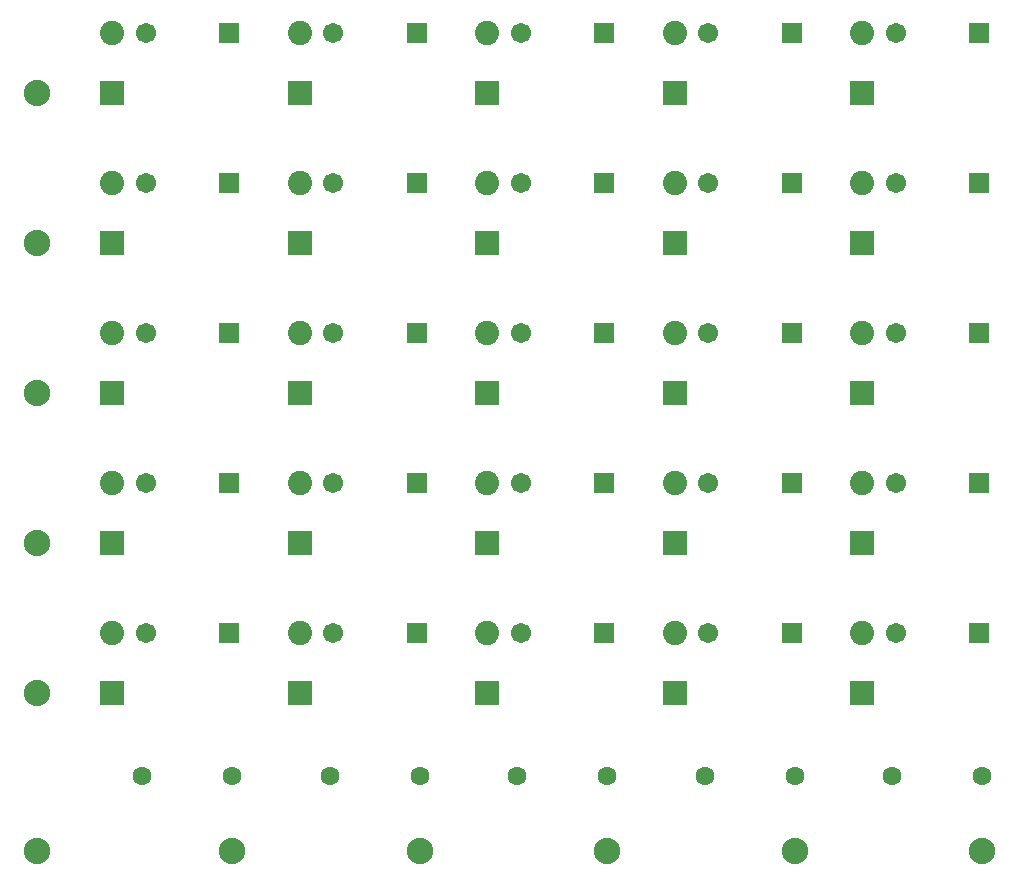
<source format=gbs>
%FSLAX25Y25*%
%MOIN*%
G70*
G01*
G75*
G04 Layer_Color=16711935*
%ADD10C,0.05000*%
%ADD11C,0.05512*%
%ADD12C,0.07284*%
%ADD13R,0.07284X0.07284*%
%ADD14C,0.05906*%
%ADD15R,0.05906X0.05906*%
%ADD16C,0.08000*%
%ADD17C,0.00984*%
%ADD18C,0.00787*%
%ADD19C,0.01000*%
%ADD20R,0.03150X0.07480*%
%ADD21C,0.06312*%
%ADD22C,0.08083*%
%ADD23R,0.08083X0.08083*%
%ADD24C,0.06706*%
%ADD25R,0.06706X0.06706*%
%ADD26C,0.08800*%
D21*
X260000Y425000D02*
D03*
X290000D02*
D03*
X447500D02*
D03*
X477500D02*
D03*
X322500D02*
D03*
X352500D02*
D03*
X385000D02*
D03*
X415000D02*
D03*
X510000D02*
D03*
X540000D02*
D03*
D22*
X312500Y472500D02*
D03*
X250000D02*
D03*
X500000D02*
D03*
X375000D02*
D03*
X437500D02*
D03*
Y672500D02*
D03*
X375000Y572500D02*
D03*
X312500Y672500D02*
D03*
Y572500D02*
D03*
X250000D02*
D03*
Y672500D02*
D03*
X437500Y622500D02*
D03*
X375000D02*
D03*
X437500Y572500D02*
D03*
X500000Y622500D02*
D03*
Y522500D02*
D03*
X312500Y622500D02*
D03*
X375000Y672500D02*
D03*
X250000Y622500D02*
D03*
X500000Y572500D02*
D03*
Y672500D02*
D03*
X437500Y522500D02*
D03*
X312500D02*
D03*
X375000D02*
D03*
X250000D02*
D03*
D23*
X312500Y452500D02*
D03*
X250000D02*
D03*
X500000D02*
D03*
X375000D02*
D03*
X437500D02*
D03*
Y652500D02*
D03*
X375000Y552500D02*
D03*
X312500Y652500D02*
D03*
Y552500D02*
D03*
X250000D02*
D03*
Y652500D02*
D03*
X437500Y602500D02*
D03*
X375000D02*
D03*
X437500Y552500D02*
D03*
X500000Y602500D02*
D03*
Y502500D02*
D03*
X312500Y602500D02*
D03*
X375000Y652500D02*
D03*
X250000Y602500D02*
D03*
X500000Y552500D02*
D03*
Y652500D02*
D03*
X437500Y502500D02*
D03*
X312500D02*
D03*
X375000D02*
D03*
X250000D02*
D03*
D24*
X511024Y622500D02*
D03*
Y522500D02*
D03*
X386024Y672500D02*
D03*
Y622500D02*
D03*
X448524Y572500D02*
D03*
X511024Y672500D02*
D03*
X323524Y622500D02*
D03*
X386024Y572500D02*
D03*
X448524Y622500D02*
D03*
Y672500D02*
D03*
X511024Y572500D02*
D03*
Y472500D02*
D03*
X448524Y522500D02*
D03*
Y472500D02*
D03*
X386024Y522500D02*
D03*
X261024Y572500D02*
D03*
Y672500D02*
D03*
X323524Y522500D02*
D03*
X261024Y472500D02*
D03*
X323524Y572500D02*
D03*
X386024Y472500D02*
D03*
X323524Y672500D02*
D03*
X261024Y522500D02*
D03*
X323524Y472500D02*
D03*
X261024Y622500D02*
D03*
D25*
X538976D02*
D03*
Y522500D02*
D03*
X413976Y672500D02*
D03*
Y622500D02*
D03*
X476476Y572500D02*
D03*
X538976Y672500D02*
D03*
X351476Y622500D02*
D03*
X413976Y572500D02*
D03*
X476476Y622500D02*
D03*
Y672500D02*
D03*
X538976Y572500D02*
D03*
Y472500D02*
D03*
X476476Y522500D02*
D03*
Y472500D02*
D03*
X413976Y522500D02*
D03*
X288976Y572500D02*
D03*
Y672500D02*
D03*
X351476Y522500D02*
D03*
X288976Y472500D02*
D03*
X351476Y572500D02*
D03*
X413976Y472500D02*
D03*
X351476Y672500D02*
D03*
X288976Y522500D02*
D03*
X351476Y472500D02*
D03*
X288976Y622500D02*
D03*
D26*
X225000Y652500D02*
D03*
Y602500D02*
D03*
Y552500D02*
D03*
Y502500D02*
D03*
Y452500D02*
D03*
X290000Y400000D02*
D03*
X352500D02*
D03*
X415000D02*
D03*
X477500D02*
D03*
X540000D02*
D03*
X225000D02*
D03*
M02*

</source>
